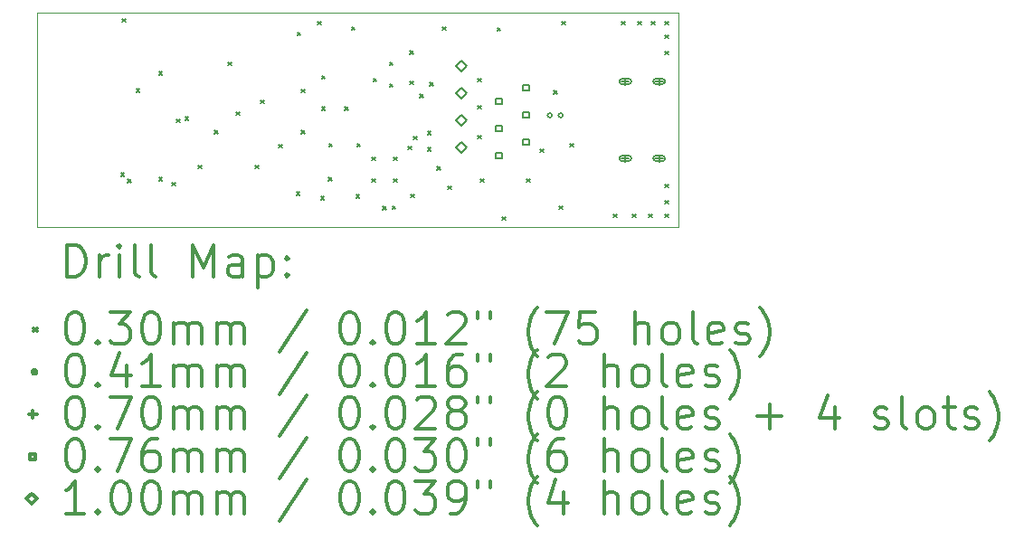
<source format=gbr>
%FSLAX45Y45*%
G04 Gerber Fmt 4.5, Leading zero omitted, Abs format (unit mm)*
G04 Created by KiCad (PCBNEW (5.1.9-0-10_14)) date 2021-05-05 23:43:52*
%MOMM*%
%LPD*%
G01*
G04 APERTURE LIST*
%TA.AperFunction,Profile*%
%ADD10C,0.050000*%
%TD*%
%ADD11C,0.200000*%
%ADD12C,0.300000*%
G04 APERTURE END LIST*
D10*
X6000000Y2000000D02*
X6000000Y0D01*
X0Y2000000D02*
X6000000Y2000000D01*
X0Y0D02*
X0Y2000000D01*
X0Y0D02*
X6000000Y0D01*
D11*
X787640Y502680D02*
X817640Y472680D01*
X817640Y502680D02*
X787640Y472680D01*
X797800Y1945400D02*
X827800Y1915400D01*
X827800Y1945400D02*
X797800Y1915400D01*
X850661Y444498D02*
X880661Y414498D01*
X880661Y444498D02*
X850661Y414498D01*
X929880Y1290080D02*
X959880Y1260080D01*
X959880Y1290080D02*
X929880Y1260080D01*
X1140700Y1450100D02*
X1170700Y1420100D01*
X1170700Y1450100D02*
X1140700Y1420100D01*
X1140700Y459500D02*
X1170700Y429500D01*
X1170700Y459500D02*
X1140700Y429500D01*
X1265160Y416320D02*
X1295160Y386320D01*
X1295160Y416320D02*
X1265160Y386320D01*
X1305800Y1005600D02*
X1335800Y975600D01*
X1335800Y1005600D02*
X1305800Y975600D01*
X1385855Y1030521D02*
X1415855Y1000521D01*
X1415855Y1030521D02*
X1385855Y1000521D01*
X1509000Y573800D02*
X1539000Y543800D01*
X1539000Y573800D02*
X1509000Y543800D01*
X1661400Y899879D02*
X1691400Y869879D01*
X1691400Y899879D02*
X1661400Y869879D01*
X1788400Y1539000D02*
X1818400Y1509000D01*
X1818400Y1539000D02*
X1788400Y1509000D01*
X1864600Y1076242D02*
X1894600Y1046242D01*
X1894600Y1076242D02*
X1864600Y1046242D01*
X2042400Y573800D02*
X2072400Y543800D01*
X2072400Y573800D02*
X2042400Y543800D01*
X2093200Y1183400D02*
X2123200Y1153400D01*
X2123200Y1183400D02*
X2093200Y1153400D01*
X2265920Y771920D02*
X2295920Y741920D01*
X2295920Y771920D02*
X2265920Y741920D01*
X2428480Y324880D02*
X2458480Y294880D01*
X2458480Y324880D02*
X2428480Y294880D01*
X2436100Y1818400D02*
X2466100Y1788400D01*
X2466100Y1818400D02*
X2436100Y1788400D01*
X2474200Y1285000D02*
X2504200Y1255000D01*
X2504200Y1285000D02*
X2474200Y1255000D01*
X2474200Y899879D02*
X2504200Y869879D01*
X2504200Y899879D02*
X2474200Y869879D01*
X2626600Y1920000D02*
X2656600Y1890000D01*
X2656600Y1920000D02*
X2626600Y1890000D01*
X2657080Y284240D02*
X2687080Y254240D01*
X2687080Y284240D02*
X2657080Y254240D01*
X2664700Y1412000D02*
X2694700Y1382000D01*
X2694700Y1412000D02*
X2664700Y1382000D01*
X2664700Y1119900D02*
X2694700Y1089900D01*
X2694700Y1119900D02*
X2664700Y1089900D01*
X2728200Y459500D02*
X2758200Y429500D01*
X2758200Y459500D02*
X2728200Y429500D01*
X2734500Y777000D02*
X2764500Y747000D01*
X2764500Y777000D02*
X2734500Y747000D01*
X2880600Y1119900D02*
X2910600Y1089900D01*
X2910600Y1119900D02*
X2880600Y1089900D01*
X2944100Y1869200D02*
X2974100Y1839200D01*
X2974100Y1869200D02*
X2944100Y1839200D01*
X2987280Y299480D02*
X3017280Y269480D01*
X3017280Y299480D02*
X2987280Y269480D01*
X2994900Y777000D02*
X3024900Y747000D01*
X3024900Y777000D02*
X2994900Y747000D01*
X3134600Y650000D02*
X3164600Y620000D01*
X3164600Y650000D02*
X3134600Y620000D01*
X3134600Y446800D02*
X3164600Y416800D01*
X3164600Y446800D02*
X3134600Y416800D01*
X3147300Y1386600D02*
X3177300Y1356600D01*
X3177300Y1386600D02*
X3147300Y1356600D01*
X3236200Y192321D02*
X3266200Y162321D01*
X3266200Y192321D02*
X3236200Y162321D01*
X3299700Y1539000D02*
X3329700Y1509000D01*
X3329700Y1539000D02*
X3299700Y1509000D01*
X3299700Y1335800D02*
X3329700Y1305800D01*
X3329700Y1335800D02*
X3299700Y1305800D01*
X3325100Y192800D02*
X3355100Y162800D01*
X3355100Y192800D02*
X3325100Y162800D01*
X3337800Y650000D02*
X3367800Y620000D01*
X3367800Y650000D02*
X3337800Y620000D01*
X3337800Y446800D02*
X3367800Y416800D01*
X3367800Y446800D02*
X3337800Y416800D01*
X3475370Y751465D02*
X3505370Y721465D01*
X3505370Y751465D02*
X3475370Y721465D01*
X3490200Y1647200D02*
X3520200Y1617200D01*
X3520200Y1647200D02*
X3490200Y1617200D01*
X3490200Y1361200D02*
X3520200Y1331200D01*
X3520200Y1361200D02*
X3490200Y1331200D01*
X3500360Y304560D02*
X3530360Y274560D01*
X3530360Y304560D02*
X3500360Y274560D01*
X3523220Y848120D02*
X3553220Y818120D01*
X3553220Y848120D02*
X3523220Y818120D01*
X3585200Y1240800D02*
X3615200Y1210800D01*
X3615200Y1240800D02*
X3585200Y1210800D01*
X3655300Y891300D02*
X3685300Y861300D01*
X3685300Y891300D02*
X3655300Y861300D01*
X3655300Y738900D02*
X3685300Y708900D01*
X3685300Y738900D02*
X3655300Y708900D01*
X3678160Y1348500D02*
X3708160Y1318500D01*
X3708160Y1348500D02*
X3678160Y1318500D01*
X3744200Y561100D02*
X3774200Y531100D01*
X3774200Y561100D02*
X3744200Y531100D01*
X3795000Y1869200D02*
X3825000Y1839200D01*
X3825000Y1869200D02*
X3795000Y1839200D01*
X3845800Y380760D02*
X3875800Y350760D01*
X3875800Y380760D02*
X3845800Y350760D01*
X4125200Y1386600D02*
X4155200Y1356600D01*
X4155200Y1386600D02*
X4125200Y1356600D01*
X4125200Y1132600D02*
X4155200Y1102600D01*
X4155200Y1132600D02*
X4125200Y1102600D01*
X4125200Y853200D02*
X4155200Y823200D01*
X4155200Y853200D02*
X4125200Y823200D01*
X4150600Y446800D02*
X4180600Y416800D01*
X4180600Y446800D02*
X4150600Y416800D01*
X4309350Y1862850D02*
X4339350Y1832850D01*
X4339350Y1862850D02*
X4309350Y1832850D01*
X4353800Y91200D02*
X4383800Y61200D01*
X4383800Y91200D02*
X4353800Y61200D01*
X4582400Y446800D02*
X4612400Y416800D01*
X4612400Y446800D02*
X4582400Y416800D01*
X4709400Y726200D02*
X4739400Y696200D01*
X4739400Y726200D02*
X4709400Y696200D01*
X4836400Y1272300D02*
X4866400Y1242300D01*
X4866400Y1272300D02*
X4836400Y1242300D01*
X4887200Y192800D02*
X4917200Y162800D01*
X4917200Y192800D02*
X4887200Y162800D01*
X4912600Y1920000D02*
X4942600Y1890000D01*
X4942600Y1920000D02*
X4912600Y1890000D01*
X4988800Y777000D02*
X5018800Y747000D01*
X5018800Y777000D02*
X4988800Y747000D01*
X5395200Y116600D02*
X5425200Y86600D01*
X5425200Y116600D02*
X5395200Y86600D01*
X5471400Y1920000D02*
X5501400Y1890000D01*
X5501400Y1920000D02*
X5471400Y1890000D01*
X5573000Y116600D02*
X5603000Y86600D01*
X5603000Y116600D02*
X5573000Y86600D01*
X5623800Y1920000D02*
X5653800Y1890000D01*
X5653800Y1920000D02*
X5623800Y1890000D01*
X5725400Y116600D02*
X5755400Y86600D01*
X5755400Y116600D02*
X5725400Y86600D01*
X5750800Y1920000D02*
X5780800Y1890000D01*
X5780800Y1920000D02*
X5750800Y1890000D01*
X5877800Y1920000D02*
X5907800Y1890000D01*
X5907800Y1920000D02*
X5877800Y1890000D01*
X5877800Y1793000D02*
X5907800Y1763000D01*
X5907800Y1793000D02*
X5877800Y1763000D01*
X5877800Y1640600D02*
X5907800Y1610600D01*
X5907800Y1640600D02*
X5877800Y1610600D01*
X5877800Y396000D02*
X5907800Y366000D01*
X5907800Y396000D02*
X5877800Y366000D01*
X5877800Y243600D02*
X5907800Y213600D01*
X5907800Y243600D02*
X5877800Y213600D01*
X5877800Y116600D02*
X5907800Y86600D01*
X5907800Y116600D02*
X5877800Y86600D01*
X4820920Y1042985D02*
G75*
G03*
X4820920Y1042985I-20320J0D01*
G01*
X4922520Y1042985D02*
G75*
G03*
X4922520Y1042985I-20320J0D01*
G01*
X5506950Y1395000D02*
X5506950Y1325000D01*
X5471950Y1360000D02*
X5541950Y1360000D01*
X5536950Y1385000D02*
X5476950Y1385000D01*
X5536950Y1335000D02*
X5476950Y1335000D01*
X5476950Y1385000D02*
G75*
G03*
X5476950Y1335000I0J-25000D01*
G01*
X5536950Y1335000D02*
G75*
G03*
X5536950Y1385000I0J25000D01*
G01*
X5506950Y675000D02*
X5506950Y605000D01*
X5471950Y640000D02*
X5541950Y640000D01*
X5476950Y615000D02*
X5536950Y615000D01*
X5476950Y665000D02*
X5536950Y665000D01*
X5536950Y615000D02*
G75*
G03*
X5536950Y665000I0J25000D01*
G01*
X5476950Y665000D02*
G75*
G03*
X5476950Y615000I0J-25000D01*
G01*
X5822950Y1395000D02*
X5822950Y1325000D01*
X5787950Y1360000D02*
X5857950Y1360000D01*
X5852950Y1385000D02*
X5792950Y1385000D01*
X5852950Y1335000D02*
X5792950Y1335000D01*
X5792950Y1385000D02*
G75*
G03*
X5792950Y1335000I0J-25000D01*
G01*
X5852950Y1335000D02*
G75*
G03*
X5852950Y1385000I0J25000D01*
G01*
X5822950Y675000D02*
X5822950Y605000D01*
X5787950Y640000D02*
X5857950Y640000D01*
X5852950Y665000D02*
X5792950Y665000D01*
X5852950Y615000D02*
X5792950Y615000D01*
X5792950Y665000D02*
G75*
G03*
X5792950Y615000I0J-25000D01*
G01*
X5852950Y615000D02*
G75*
G03*
X5852950Y665000I0J25000D01*
G01*
X4351220Y1147880D02*
X4351220Y1201620D01*
X4297480Y1201620D01*
X4297480Y1147880D01*
X4351220Y1147880D01*
X4351220Y893880D02*
X4351220Y947620D01*
X4297480Y947620D01*
X4297480Y893880D01*
X4351220Y893880D01*
X4351220Y639880D02*
X4351220Y693620D01*
X4297480Y693620D01*
X4297480Y639880D01*
X4351220Y639880D01*
X4605220Y1274880D02*
X4605220Y1328620D01*
X4551480Y1328620D01*
X4551480Y1274880D01*
X4605220Y1274880D01*
X4605220Y1020880D02*
X4605220Y1074620D01*
X4551480Y1074620D01*
X4551480Y1020880D01*
X4605220Y1020880D01*
X4605220Y766880D02*
X4605220Y820620D01*
X4551480Y820620D01*
X4551480Y766880D01*
X4605220Y766880D01*
X3971150Y1451700D02*
X4021150Y1501700D01*
X3971150Y1551700D01*
X3921150Y1501700D01*
X3971150Y1451700D01*
X3971150Y1197700D02*
X4021150Y1247700D01*
X3971150Y1297700D01*
X3921150Y1247700D01*
X3971150Y1197700D01*
X3971150Y943700D02*
X4021150Y993700D01*
X3971150Y1043700D01*
X3921150Y993700D01*
X3971150Y943700D01*
X3971150Y689700D02*
X4021150Y739700D01*
X3971150Y789700D01*
X3921150Y739700D01*
X3971150Y689700D01*
D12*
X283928Y-468214D02*
X283928Y-168214D01*
X355357Y-168214D01*
X398214Y-182500D01*
X426786Y-211071D01*
X441071Y-239643D01*
X455357Y-296786D01*
X455357Y-339643D01*
X441071Y-396786D01*
X426786Y-425357D01*
X398214Y-453929D01*
X355357Y-468214D01*
X283928Y-468214D01*
X583928Y-468214D02*
X583928Y-268214D01*
X583928Y-325357D02*
X598214Y-296786D01*
X612500Y-282500D01*
X641071Y-268214D01*
X669643Y-268214D01*
X769643Y-468214D02*
X769643Y-268214D01*
X769643Y-168214D02*
X755357Y-182500D01*
X769643Y-196786D01*
X783928Y-182500D01*
X769643Y-168214D01*
X769643Y-196786D01*
X955357Y-468214D02*
X926786Y-453929D01*
X912500Y-425357D01*
X912500Y-168214D01*
X1112500Y-468214D02*
X1083928Y-453929D01*
X1069643Y-425357D01*
X1069643Y-168214D01*
X1455357Y-468214D02*
X1455357Y-168214D01*
X1555357Y-382500D01*
X1655357Y-168214D01*
X1655357Y-468214D01*
X1926786Y-468214D02*
X1926786Y-311072D01*
X1912500Y-282500D01*
X1883928Y-268214D01*
X1826786Y-268214D01*
X1798214Y-282500D01*
X1926786Y-453929D02*
X1898214Y-468214D01*
X1826786Y-468214D01*
X1798214Y-453929D01*
X1783928Y-425357D01*
X1783928Y-396786D01*
X1798214Y-368214D01*
X1826786Y-353929D01*
X1898214Y-353929D01*
X1926786Y-339643D01*
X2069643Y-268214D02*
X2069643Y-568214D01*
X2069643Y-282500D02*
X2098214Y-268214D01*
X2155357Y-268214D01*
X2183928Y-282500D01*
X2198214Y-296786D01*
X2212500Y-325357D01*
X2212500Y-411071D01*
X2198214Y-439643D01*
X2183928Y-453929D01*
X2155357Y-468214D01*
X2098214Y-468214D01*
X2069643Y-453929D01*
X2341071Y-439643D02*
X2355357Y-453929D01*
X2341071Y-468214D01*
X2326786Y-453929D01*
X2341071Y-439643D01*
X2341071Y-468214D01*
X2341071Y-282500D02*
X2355357Y-296786D01*
X2341071Y-311072D01*
X2326786Y-296786D01*
X2341071Y-282500D01*
X2341071Y-311072D01*
X-32500Y-947500D02*
X-2500Y-977500D01*
X-2500Y-947500D02*
X-32500Y-977500D01*
X341071Y-798214D02*
X369643Y-798214D01*
X398214Y-812500D01*
X412500Y-826786D01*
X426786Y-855357D01*
X441071Y-912500D01*
X441071Y-983929D01*
X426786Y-1041071D01*
X412500Y-1069643D01*
X398214Y-1083929D01*
X369643Y-1098214D01*
X341071Y-1098214D01*
X312500Y-1083929D01*
X298214Y-1069643D01*
X283928Y-1041071D01*
X269643Y-983929D01*
X269643Y-912500D01*
X283928Y-855357D01*
X298214Y-826786D01*
X312500Y-812500D01*
X341071Y-798214D01*
X569643Y-1069643D02*
X583928Y-1083929D01*
X569643Y-1098214D01*
X555357Y-1083929D01*
X569643Y-1069643D01*
X569643Y-1098214D01*
X683928Y-798214D02*
X869643Y-798214D01*
X769643Y-912500D01*
X812500Y-912500D01*
X841071Y-926786D01*
X855357Y-941071D01*
X869643Y-969643D01*
X869643Y-1041071D01*
X855357Y-1069643D01*
X841071Y-1083929D01*
X812500Y-1098214D01*
X726786Y-1098214D01*
X698214Y-1083929D01*
X683928Y-1069643D01*
X1055357Y-798214D02*
X1083928Y-798214D01*
X1112500Y-812500D01*
X1126786Y-826786D01*
X1141071Y-855357D01*
X1155357Y-912500D01*
X1155357Y-983929D01*
X1141071Y-1041071D01*
X1126786Y-1069643D01*
X1112500Y-1083929D01*
X1083928Y-1098214D01*
X1055357Y-1098214D01*
X1026786Y-1083929D01*
X1012500Y-1069643D01*
X998214Y-1041071D01*
X983928Y-983929D01*
X983928Y-912500D01*
X998214Y-855357D01*
X1012500Y-826786D01*
X1026786Y-812500D01*
X1055357Y-798214D01*
X1283928Y-1098214D02*
X1283928Y-898214D01*
X1283928Y-926786D02*
X1298214Y-912500D01*
X1326786Y-898214D01*
X1369643Y-898214D01*
X1398214Y-912500D01*
X1412500Y-941071D01*
X1412500Y-1098214D01*
X1412500Y-941071D02*
X1426786Y-912500D01*
X1455357Y-898214D01*
X1498214Y-898214D01*
X1526786Y-912500D01*
X1541071Y-941071D01*
X1541071Y-1098214D01*
X1683928Y-1098214D02*
X1683928Y-898214D01*
X1683928Y-926786D02*
X1698214Y-912500D01*
X1726786Y-898214D01*
X1769643Y-898214D01*
X1798214Y-912500D01*
X1812500Y-941071D01*
X1812500Y-1098214D01*
X1812500Y-941071D02*
X1826786Y-912500D01*
X1855357Y-898214D01*
X1898214Y-898214D01*
X1926786Y-912500D01*
X1941071Y-941071D01*
X1941071Y-1098214D01*
X2526786Y-783929D02*
X2269643Y-1169643D01*
X2912500Y-798214D02*
X2941071Y-798214D01*
X2969643Y-812500D01*
X2983928Y-826786D01*
X2998214Y-855357D01*
X3012500Y-912500D01*
X3012500Y-983929D01*
X2998214Y-1041071D01*
X2983928Y-1069643D01*
X2969643Y-1083929D01*
X2941071Y-1098214D01*
X2912500Y-1098214D01*
X2883928Y-1083929D01*
X2869643Y-1069643D01*
X2855357Y-1041071D01*
X2841071Y-983929D01*
X2841071Y-912500D01*
X2855357Y-855357D01*
X2869643Y-826786D01*
X2883928Y-812500D01*
X2912500Y-798214D01*
X3141071Y-1069643D02*
X3155357Y-1083929D01*
X3141071Y-1098214D01*
X3126786Y-1083929D01*
X3141071Y-1069643D01*
X3141071Y-1098214D01*
X3341071Y-798214D02*
X3369643Y-798214D01*
X3398214Y-812500D01*
X3412500Y-826786D01*
X3426786Y-855357D01*
X3441071Y-912500D01*
X3441071Y-983929D01*
X3426786Y-1041071D01*
X3412500Y-1069643D01*
X3398214Y-1083929D01*
X3369643Y-1098214D01*
X3341071Y-1098214D01*
X3312500Y-1083929D01*
X3298214Y-1069643D01*
X3283928Y-1041071D01*
X3269643Y-983929D01*
X3269643Y-912500D01*
X3283928Y-855357D01*
X3298214Y-826786D01*
X3312500Y-812500D01*
X3341071Y-798214D01*
X3726786Y-1098214D02*
X3555357Y-1098214D01*
X3641071Y-1098214D02*
X3641071Y-798214D01*
X3612500Y-841071D01*
X3583928Y-869643D01*
X3555357Y-883929D01*
X3841071Y-826786D02*
X3855357Y-812500D01*
X3883928Y-798214D01*
X3955357Y-798214D01*
X3983928Y-812500D01*
X3998214Y-826786D01*
X4012500Y-855357D01*
X4012500Y-883929D01*
X3998214Y-926786D01*
X3826786Y-1098214D01*
X4012500Y-1098214D01*
X4126786Y-798214D02*
X4126786Y-855357D01*
X4241071Y-798214D02*
X4241071Y-855357D01*
X4683928Y-1212500D02*
X4669643Y-1198214D01*
X4641071Y-1155357D01*
X4626786Y-1126786D01*
X4612500Y-1083929D01*
X4598214Y-1012500D01*
X4598214Y-955357D01*
X4612500Y-883929D01*
X4626786Y-841071D01*
X4641071Y-812500D01*
X4669643Y-769643D01*
X4683928Y-755357D01*
X4769643Y-798214D02*
X4969643Y-798214D01*
X4841071Y-1098214D01*
X5226786Y-798214D02*
X5083928Y-798214D01*
X5069643Y-941071D01*
X5083928Y-926786D01*
X5112500Y-912500D01*
X5183928Y-912500D01*
X5212500Y-926786D01*
X5226786Y-941071D01*
X5241071Y-969643D01*
X5241071Y-1041071D01*
X5226786Y-1069643D01*
X5212500Y-1083929D01*
X5183928Y-1098214D01*
X5112500Y-1098214D01*
X5083928Y-1083929D01*
X5069643Y-1069643D01*
X5598214Y-1098214D02*
X5598214Y-798214D01*
X5726786Y-1098214D02*
X5726786Y-941071D01*
X5712500Y-912500D01*
X5683928Y-898214D01*
X5641071Y-898214D01*
X5612500Y-912500D01*
X5598214Y-926786D01*
X5912500Y-1098214D02*
X5883928Y-1083929D01*
X5869643Y-1069643D01*
X5855357Y-1041071D01*
X5855357Y-955357D01*
X5869643Y-926786D01*
X5883928Y-912500D01*
X5912500Y-898214D01*
X5955357Y-898214D01*
X5983928Y-912500D01*
X5998214Y-926786D01*
X6012500Y-955357D01*
X6012500Y-1041071D01*
X5998214Y-1069643D01*
X5983928Y-1083929D01*
X5955357Y-1098214D01*
X5912500Y-1098214D01*
X6183928Y-1098214D02*
X6155357Y-1083929D01*
X6141071Y-1055357D01*
X6141071Y-798214D01*
X6412500Y-1083929D02*
X6383928Y-1098214D01*
X6326786Y-1098214D01*
X6298214Y-1083929D01*
X6283928Y-1055357D01*
X6283928Y-941071D01*
X6298214Y-912500D01*
X6326786Y-898214D01*
X6383928Y-898214D01*
X6412500Y-912500D01*
X6426786Y-941071D01*
X6426786Y-969643D01*
X6283928Y-998214D01*
X6541071Y-1083929D02*
X6569643Y-1098214D01*
X6626786Y-1098214D01*
X6655357Y-1083929D01*
X6669643Y-1055357D01*
X6669643Y-1041071D01*
X6655357Y-1012500D01*
X6626786Y-998214D01*
X6583928Y-998214D01*
X6555357Y-983929D01*
X6541071Y-955357D01*
X6541071Y-941071D01*
X6555357Y-912500D01*
X6583928Y-898214D01*
X6626786Y-898214D01*
X6655357Y-912500D01*
X6769643Y-1212500D02*
X6783928Y-1198214D01*
X6812500Y-1155357D01*
X6826786Y-1126786D01*
X6841071Y-1083929D01*
X6855357Y-1012500D01*
X6855357Y-955357D01*
X6841071Y-883929D01*
X6826786Y-841071D01*
X6812500Y-812500D01*
X6783928Y-769643D01*
X6769643Y-755357D01*
X-2500Y-1358500D02*
G75*
G03*
X-2500Y-1358500I-20320J0D01*
G01*
X341071Y-1194214D02*
X369643Y-1194214D01*
X398214Y-1208500D01*
X412500Y-1222786D01*
X426786Y-1251357D01*
X441071Y-1308500D01*
X441071Y-1379929D01*
X426786Y-1437071D01*
X412500Y-1465643D01*
X398214Y-1479929D01*
X369643Y-1494214D01*
X341071Y-1494214D01*
X312500Y-1479929D01*
X298214Y-1465643D01*
X283928Y-1437071D01*
X269643Y-1379929D01*
X269643Y-1308500D01*
X283928Y-1251357D01*
X298214Y-1222786D01*
X312500Y-1208500D01*
X341071Y-1194214D01*
X569643Y-1465643D02*
X583928Y-1479929D01*
X569643Y-1494214D01*
X555357Y-1479929D01*
X569643Y-1465643D01*
X569643Y-1494214D01*
X841071Y-1294214D02*
X841071Y-1494214D01*
X769643Y-1179929D02*
X698214Y-1394214D01*
X883928Y-1394214D01*
X1155357Y-1494214D02*
X983928Y-1494214D01*
X1069643Y-1494214D02*
X1069643Y-1194214D01*
X1041071Y-1237072D01*
X1012500Y-1265643D01*
X983928Y-1279929D01*
X1283928Y-1494214D02*
X1283928Y-1294214D01*
X1283928Y-1322786D02*
X1298214Y-1308500D01*
X1326786Y-1294214D01*
X1369643Y-1294214D01*
X1398214Y-1308500D01*
X1412500Y-1337072D01*
X1412500Y-1494214D01*
X1412500Y-1337072D02*
X1426786Y-1308500D01*
X1455357Y-1294214D01*
X1498214Y-1294214D01*
X1526786Y-1308500D01*
X1541071Y-1337072D01*
X1541071Y-1494214D01*
X1683928Y-1494214D02*
X1683928Y-1294214D01*
X1683928Y-1322786D02*
X1698214Y-1308500D01*
X1726786Y-1294214D01*
X1769643Y-1294214D01*
X1798214Y-1308500D01*
X1812500Y-1337072D01*
X1812500Y-1494214D01*
X1812500Y-1337072D02*
X1826786Y-1308500D01*
X1855357Y-1294214D01*
X1898214Y-1294214D01*
X1926786Y-1308500D01*
X1941071Y-1337072D01*
X1941071Y-1494214D01*
X2526786Y-1179929D02*
X2269643Y-1565643D01*
X2912500Y-1194214D02*
X2941071Y-1194214D01*
X2969643Y-1208500D01*
X2983928Y-1222786D01*
X2998214Y-1251357D01*
X3012500Y-1308500D01*
X3012500Y-1379929D01*
X2998214Y-1437071D01*
X2983928Y-1465643D01*
X2969643Y-1479929D01*
X2941071Y-1494214D01*
X2912500Y-1494214D01*
X2883928Y-1479929D01*
X2869643Y-1465643D01*
X2855357Y-1437071D01*
X2841071Y-1379929D01*
X2841071Y-1308500D01*
X2855357Y-1251357D01*
X2869643Y-1222786D01*
X2883928Y-1208500D01*
X2912500Y-1194214D01*
X3141071Y-1465643D02*
X3155357Y-1479929D01*
X3141071Y-1494214D01*
X3126786Y-1479929D01*
X3141071Y-1465643D01*
X3141071Y-1494214D01*
X3341071Y-1194214D02*
X3369643Y-1194214D01*
X3398214Y-1208500D01*
X3412500Y-1222786D01*
X3426786Y-1251357D01*
X3441071Y-1308500D01*
X3441071Y-1379929D01*
X3426786Y-1437071D01*
X3412500Y-1465643D01*
X3398214Y-1479929D01*
X3369643Y-1494214D01*
X3341071Y-1494214D01*
X3312500Y-1479929D01*
X3298214Y-1465643D01*
X3283928Y-1437071D01*
X3269643Y-1379929D01*
X3269643Y-1308500D01*
X3283928Y-1251357D01*
X3298214Y-1222786D01*
X3312500Y-1208500D01*
X3341071Y-1194214D01*
X3726786Y-1494214D02*
X3555357Y-1494214D01*
X3641071Y-1494214D02*
X3641071Y-1194214D01*
X3612500Y-1237072D01*
X3583928Y-1265643D01*
X3555357Y-1279929D01*
X3983928Y-1194214D02*
X3926786Y-1194214D01*
X3898214Y-1208500D01*
X3883928Y-1222786D01*
X3855357Y-1265643D01*
X3841071Y-1322786D01*
X3841071Y-1437071D01*
X3855357Y-1465643D01*
X3869643Y-1479929D01*
X3898214Y-1494214D01*
X3955357Y-1494214D01*
X3983928Y-1479929D01*
X3998214Y-1465643D01*
X4012500Y-1437071D01*
X4012500Y-1365643D01*
X3998214Y-1337072D01*
X3983928Y-1322786D01*
X3955357Y-1308500D01*
X3898214Y-1308500D01*
X3869643Y-1322786D01*
X3855357Y-1337072D01*
X3841071Y-1365643D01*
X4126786Y-1194214D02*
X4126786Y-1251357D01*
X4241071Y-1194214D02*
X4241071Y-1251357D01*
X4683928Y-1608500D02*
X4669643Y-1594214D01*
X4641071Y-1551357D01*
X4626786Y-1522786D01*
X4612500Y-1479929D01*
X4598214Y-1408500D01*
X4598214Y-1351357D01*
X4612500Y-1279929D01*
X4626786Y-1237072D01*
X4641071Y-1208500D01*
X4669643Y-1165643D01*
X4683928Y-1151357D01*
X4783928Y-1222786D02*
X4798214Y-1208500D01*
X4826786Y-1194214D01*
X4898214Y-1194214D01*
X4926786Y-1208500D01*
X4941071Y-1222786D01*
X4955357Y-1251357D01*
X4955357Y-1279929D01*
X4941071Y-1322786D01*
X4769643Y-1494214D01*
X4955357Y-1494214D01*
X5312500Y-1494214D02*
X5312500Y-1194214D01*
X5441071Y-1494214D02*
X5441071Y-1337072D01*
X5426786Y-1308500D01*
X5398214Y-1294214D01*
X5355357Y-1294214D01*
X5326786Y-1308500D01*
X5312500Y-1322786D01*
X5626786Y-1494214D02*
X5598214Y-1479929D01*
X5583928Y-1465643D01*
X5569643Y-1437071D01*
X5569643Y-1351357D01*
X5583928Y-1322786D01*
X5598214Y-1308500D01*
X5626786Y-1294214D01*
X5669643Y-1294214D01*
X5698214Y-1308500D01*
X5712500Y-1322786D01*
X5726786Y-1351357D01*
X5726786Y-1437071D01*
X5712500Y-1465643D01*
X5698214Y-1479929D01*
X5669643Y-1494214D01*
X5626786Y-1494214D01*
X5898214Y-1494214D02*
X5869643Y-1479929D01*
X5855357Y-1451357D01*
X5855357Y-1194214D01*
X6126786Y-1479929D02*
X6098214Y-1494214D01*
X6041071Y-1494214D01*
X6012500Y-1479929D01*
X5998214Y-1451357D01*
X5998214Y-1337072D01*
X6012500Y-1308500D01*
X6041071Y-1294214D01*
X6098214Y-1294214D01*
X6126786Y-1308500D01*
X6141071Y-1337072D01*
X6141071Y-1365643D01*
X5998214Y-1394214D01*
X6255357Y-1479929D02*
X6283928Y-1494214D01*
X6341071Y-1494214D01*
X6369643Y-1479929D01*
X6383928Y-1451357D01*
X6383928Y-1437071D01*
X6369643Y-1408500D01*
X6341071Y-1394214D01*
X6298214Y-1394214D01*
X6269643Y-1379929D01*
X6255357Y-1351357D01*
X6255357Y-1337072D01*
X6269643Y-1308500D01*
X6298214Y-1294214D01*
X6341071Y-1294214D01*
X6369643Y-1308500D01*
X6483928Y-1608500D02*
X6498214Y-1594214D01*
X6526786Y-1551357D01*
X6541071Y-1522786D01*
X6555357Y-1479929D01*
X6569643Y-1408500D01*
X6569643Y-1351357D01*
X6555357Y-1279929D01*
X6541071Y-1237072D01*
X6526786Y-1208500D01*
X6498214Y-1165643D01*
X6483928Y-1151357D01*
X-37500Y-1719500D02*
X-37500Y-1789500D01*
X-72500Y-1754500D02*
X-2500Y-1754500D01*
X341071Y-1590214D02*
X369643Y-1590214D01*
X398214Y-1604500D01*
X412500Y-1618786D01*
X426786Y-1647357D01*
X441071Y-1704500D01*
X441071Y-1775929D01*
X426786Y-1833071D01*
X412500Y-1861643D01*
X398214Y-1875929D01*
X369643Y-1890214D01*
X341071Y-1890214D01*
X312500Y-1875929D01*
X298214Y-1861643D01*
X283928Y-1833071D01*
X269643Y-1775929D01*
X269643Y-1704500D01*
X283928Y-1647357D01*
X298214Y-1618786D01*
X312500Y-1604500D01*
X341071Y-1590214D01*
X569643Y-1861643D02*
X583928Y-1875929D01*
X569643Y-1890214D01*
X555357Y-1875929D01*
X569643Y-1861643D01*
X569643Y-1890214D01*
X683928Y-1590214D02*
X883928Y-1590214D01*
X755357Y-1890214D01*
X1055357Y-1590214D02*
X1083928Y-1590214D01*
X1112500Y-1604500D01*
X1126786Y-1618786D01*
X1141071Y-1647357D01*
X1155357Y-1704500D01*
X1155357Y-1775929D01*
X1141071Y-1833071D01*
X1126786Y-1861643D01*
X1112500Y-1875929D01*
X1083928Y-1890214D01*
X1055357Y-1890214D01*
X1026786Y-1875929D01*
X1012500Y-1861643D01*
X998214Y-1833071D01*
X983928Y-1775929D01*
X983928Y-1704500D01*
X998214Y-1647357D01*
X1012500Y-1618786D01*
X1026786Y-1604500D01*
X1055357Y-1590214D01*
X1283928Y-1890214D02*
X1283928Y-1690214D01*
X1283928Y-1718786D02*
X1298214Y-1704500D01*
X1326786Y-1690214D01*
X1369643Y-1690214D01*
X1398214Y-1704500D01*
X1412500Y-1733071D01*
X1412500Y-1890214D01*
X1412500Y-1733071D02*
X1426786Y-1704500D01*
X1455357Y-1690214D01*
X1498214Y-1690214D01*
X1526786Y-1704500D01*
X1541071Y-1733071D01*
X1541071Y-1890214D01*
X1683928Y-1890214D02*
X1683928Y-1690214D01*
X1683928Y-1718786D02*
X1698214Y-1704500D01*
X1726786Y-1690214D01*
X1769643Y-1690214D01*
X1798214Y-1704500D01*
X1812500Y-1733071D01*
X1812500Y-1890214D01*
X1812500Y-1733071D02*
X1826786Y-1704500D01*
X1855357Y-1690214D01*
X1898214Y-1690214D01*
X1926786Y-1704500D01*
X1941071Y-1733071D01*
X1941071Y-1890214D01*
X2526786Y-1575929D02*
X2269643Y-1961643D01*
X2912500Y-1590214D02*
X2941071Y-1590214D01*
X2969643Y-1604500D01*
X2983928Y-1618786D01*
X2998214Y-1647357D01*
X3012500Y-1704500D01*
X3012500Y-1775929D01*
X2998214Y-1833071D01*
X2983928Y-1861643D01*
X2969643Y-1875929D01*
X2941071Y-1890214D01*
X2912500Y-1890214D01*
X2883928Y-1875929D01*
X2869643Y-1861643D01*
X2855357Y-1833071D01*
X2841071Y-1775929D01*
X2841071Y-1704500D01*
X2855357Y-1647357D01*
X2869643Y-1618786D01*
X2883928Y-1604500D01*
X2912500Y-1590214D01*
X3141071Y-1861643D02*
X3155357Y-1875929D01*
X3141071Y-1890214D01*
X3126786Y-1875929D01*
X3141071Y-1861643D01*
X3141071Y-1890214D01*
X3341071Y-1590214D02*
X3369643Y-1590214D01*
X3398214Y-1604500D01*
X3412500Y-1618786D01*
X3426786Y-1647357D01*
X3441071Y-1704500D01*
X3441071Y-1775929D01*
X3426786Y-1833071D01*
X3412500Y-1861643D01*
X3398214Y-1875929D01*
X3369643Y-1890214D01*
X3341071Y-1890214D01*
X3312500Y-1875929D01*
X3298214Y-1861643D01*
X3283928Y-1833071D01*
X3269643Y-1775929D01*
X3269643Y-1704500D01*
X3283928Y-1647357D01*
X3298214Y-1618786D01*
X3312500Y-1604500D01*
X3341071Y-1590214D01*
X3555357Y-1618786D02*
X3569643Y-1604500D01*
X3598214Y-1590214D01*
X3669643Y-1590214D01*
X3698214Y-1604500D01*
X3712500Y-1618786D01*
X3726786Y-1647357D01*
X3726786Y-1675929D01*
X3712500Y-1718786D01*
X3541071Y-1890214D01*
X3726786Y-1890214D01*
X3898214Y-1718786D02*
X3869643Y-1704500D01*
X3855357Y-1690214D01*
X3841071Y-1661643D01*
X3841071Y-1647357D01*
X3855357Y-1618786D01*
X3869643Y-1604500D01*
X3898214Y-1590214D01*
X3955357Y-1590214D01*
X3983928Y-1604500D01*
X3998214Y-1618786D01*
X4012500Y-1647357D01*
X4012500Y-1661643D01*
X3998214Y-1690214D01*
X3983928Y-1704500D01*
X3955357Y-1718786D01*
X3898214Y-1718786D01*
X3869643Y-1733071D01*
X3855357Y-1747357D01*
X3841071Y-1775929D01*
X3841071Y-1833071D01*
X3855357Y-1861643D01*
X3869643Y-1875929D01*
X3898214Y-1890214D01*
X3955357Y-1890214D01*
X3983928Y-1875929D01*
X3998214Y-1861643D01*
X4012500Y-1833071D01*
X4012500Y-1775929D01*
X3998214Y-1747357D01*
X3983928Y-1733071D01*
X3955357Y-1718786D01*
X4126786Y-1590214D02*
X4126786Y-1647357D01*
X4241071Y-1590214D02*
X4241071Y-1647357D01*
X4683928Y-2004500D02*
X4669643Y-1990214D01*
X4641071Y-1947357D01*
X4626786Y-1918786D01*
X4612500Y-1875929D01*
X4598214Y-1804500D01*
X4598214Y-1747357D01*
X4612500Y-1675929D01*
X4626786Y-1633071D01*
X4641071Y-1604500D01*
X4669643Y-1561643D01*
X4683928Y-1547357D01*
X4855357Y-1590214D02*
X4883928Y-1590214D01*
X4912500Y-1604500D01*
X4926786Y-1618786D01*
X4941071Y-1647357D01*
X4955357Y-1704500D01*
X4955357Y-1775929D01*
X4941071Y-1833071D01*
X4926786Y-1861643D01*
X4912500Y-1875929D01*
X4883928Y-1890214D01*
X4855357Y-1890214D01*
X4826786Y-1875929D01*
X4812500Y-1861643D01*
X4798214Y-1833071D01*
X4783928Y-1775929D01*
X4783928Y-1704500D01*
X4798214Y-1647357D01*
X4812500Y-1618786D01*
X4826786Y-1604500D01*
X4855357Y-1590214D01*
X5312500Y-1890214D02*
X5312500Y-1590214D01*
X5441071Y-1890214D02*
X5441071Y-1733071D01*
X5426786Y-1704500D01*
X5398214Y-1690214D01*
X5355357Y-1690214D01*
X5326786Y-1704500D01*
X5312500Y-1718786D01*
X5626786Y-1890214D02*
X5598214Y-1875929D01*
X5583928Y-1861643D01*
X5569643Y-1833071D01*
X5569643Y-1747357D01*
X5583928Y-1718786D01*
X5598214Y-1704500D01*
X5626786Y-1690214D01*
X5669643Y-1690214D01*
X5698214Y-1704500D01*
X5712500Y-1718786D01*
X5726786Y-1747357D01*
X5726786Y-1833071D01*
X5712500Y-1861643D01*
X5698214Y-1875929D01*
X5669643Y-1890214D01*
X5626786Y-1890214D01*
X5898214Y-1890214D02*
X5869643Y-1875929D01*
X5855357Y-1847357D01*
X5855357Y-1590214D01*
X6126786Y-1875929D02*
X6098214Y-1890214D01*
X6041071Y-1890214D01*
X6012500Y-1875929D01*
X5998214Y-1847357D01*
X5998214Y-1733071D01*
X6012500Y-1704500D01*
X6041071Y-1690214D01*
X6098214Y-1690214D01*
X6126786Y-1704500D01*
X6141071Y-1733071D01*
X6141071Y-1761643D01*
X5998214Y-1790214D01*
X6255357Y-1875929D02*
X6283928Y-1890214D01*
X6341071Y-1890214D01*
X6369643Y-1875929D01*
X6383928Y-1847357D01*
X6383928Y-1833071D01*
X6369643Y-1804500D01*
X6341071Y-1790214D01*
X6298214Y-1790214D01*
X6269643Y-1775929D01*
X6255357Y-1747357D01*
X6255357Y-1733071D01*
X6269643Y-1704500D01*
X6298214Y-1690214D01*
X6341071Y-1690214D01*
X6369643Y-1704500D01*
X6741071Y-1775929D02*
X6969643Y-1775929D01*
X6855357Y-1890214D02*
X6855357Y-1661643D01*
X7469643Y-1690214D02*
X7469643Y-1890214D01*
X7398214Y-1575929D02*
X7326786Y-1790214D01*
X7512500Y-1790214D01*
X7841071Y-1875929D02*
X7869643Y-1890214D01*
X7926786Y-1890214D01*
X7955357Y-1875929D01*
X7969643Y-1847357D01*
X7969643Y-1833071D01*
X7955357Y-1804500D01*
X7926786Y-1790214D01*
X7883928Y-1790214D01*
X7855357Y-1775929D01*
X7841071Y-1747357D01*
X7841071Y-1733071D01*
X7855357Y-1704500D01*
X7883928Y-1690214D01*
X7926786Y-1690214D01*
X7955357Y-1704500D01*
X8141071Y-1890214D02*
X8112500Y-1875929D01*
X8098214Y-1847357D01*
X8098214Y-1590214D01*
X8298214Y-1890214D02*
X8269643Y-1875929D01*
X8255357Y-1861643D01*
X8241071Y-1833071D01*
X8241071Y-1747357D01*
X8255357Y-1718786D01*
X8269643Y-1704500D01*
X8298214Y-1690214D01*
X8341071Y-1690214D01*
X8369643Y-1704500D01*
X8383928Y-1718786D01*
X8398214Y-1747357D01*
X8398214Y-1833071D01*
X8383928Y-1861643D01*
X8369643Y-1875929D01*
X8341071Y-1890214D01*
X8298214Y-1890214D01*
X8483928Y-1690214D02*
X8598214Y-1690214D01*
X8526786Y-1590214D02*
X8526786Y-1847357D01*
X8541071Y-1875929D01*
X8569643Y-1890214D01*
X8598214Y-1890214D01*
X8683928Y-1875929D02*
X8712500Y-1890214D01*
X8769643Y-1890214D01*
X8798214Y-1875929D01*
X8812500Y-1847357D01*
X8812500Y-1833071D01*
X8798214Y-1804500D01*
X8769643Y-1790214D01*
X8726786Y-1790214D01*
X8698214Y-1775929D01*
X8683928Y-1747357D01*
X8683928Y-1733071D01*
X8698214Y-1704500D01*
X8726786Y-1690214D01*
X8769643Y-1690214D01*
X8798214Y-1704500D01*
X8912500Y-2004500D02*
X8926786Y-1990214D01*
X8955357Y-1947357D01*
X8969643Y-1918786D01*
X8983928Y-1875929D01*
X8998214Y-1804500D01*
X8998214Y-1747357D01*
X8983928Y-1675929D01*
X8969643Y-1633071D01*
X8955357Y-1604500D01*
X8926786Y-1561643D01*
X8912500Y-1547357D01*
X-13630Y-2177370D02*
X-13630Y-2123630D01*
X-67370Y-2123630D01*
X-67370Y-2177370D01*
X-13630Y-2177370D01*
X341071Y-1986214D02*
X369643Y-1986214D01*
X398214Y-2000500D01*
X412500Y-2014786D01*
X426786Y-2043357D01*
X441071Y-2100500D01*
X441071Y-2171929D01*
X426786Y-2229072D01*
X412500Y-2257643D01*
X398214Y-2271929D01*
X369643Y-2286214D01*
X341071Y-2286214D01*
X312500Y-2271929D01*
X298214Y-2257643D01*
X283928Y-2229072D01*
X269643Y-2171929D01*
X269643Y-2100500D01*
X283928Y-2043357D01*
X298214Y-2014786D01*
X312500Y-2000500D01*
X341071Y-1986214D01*
X569643Y-2257643D02*
X583928Y-2271929D01*
X569643Y-2286214D01*
X555357Y-2271929D01*
X569643Y-2257643D01*
X569643Y-2286214D01*
X683928Y-1986214D02*
X883928Y-1986214D01*
X755357Y-2286214D01*
X1126786Y-1986214D02*
X1069643Y-1986214D01*
X1041071Y-2000500D01*
X1026786Y-2014786D01*
X998214Y-2057643D01*
X983928Y-2114786D01*
X983928Y-2229072D01*
X998214Y-2257643D01*
X1012500Y-2271929D01*
X1041071Y-2286214D01*
X1098214Y-2286214D01*
X1126786Y-2271929D01*
X1141071Y-2257643D01*
X1155357Y-2229072D01*
X1155357Y-2157643D01*
X1141071Y-2129072D01*
X1126786Y-2114786D01*
X1098214Y-2100500D01*
X1041071Y-2100500D01*
X1012500Y-2114786D01*
X998214Y-2129072D01*
X983928Y-2157643D01*
X1283928Y-2286214D02*
X1283928Y-2086214D01*
X1283928Y-2114786D02*
X1298214Y-2100500D01*
X1326786Y-2086214D01*
X1369643Y-2086214D01*
X1398214Y-2100500D01*
X1412500Y-2129072D01*
X1412500Y-2286214D01*
X1412500Y-2129072D02*
X1426786Y-2100500D01*
X1455357Y-2086214D01*
X1498214Y-2086214D01*
X1526786Y-2100500D01*
X1541071Y-2129072D01*
X1541071Y-2286214D01*
X1683928Y-2286214D02*
X1683928Y-2086214D01*
X1683928Y-2114786D02*
X1698214Y-2100500D01*
X1726786Y-2086214D01*
X1769643Y-2086214D01*
X1798214Y-2100500D01*
X1812500Y-2129072D01*
X1812500Y-2286214D01*
X1812500Y-2129072D02*
X1826786Y-2100500D01*
X1855357Y-2086214D01*
X1898214Y-2086214D01*
X1926786Y-2100500D01*
X1941071Y-2129072D01*
X1941071Y-2286214D01*
X2526786Y-1971929D02*
X2269643Y-2357643D01*
X2912500Y-1986214D02*
X2941071Y-1986214D01*
X2969643Y-2000500D01*
X2983928Y-2014786D01*
X2998214Y-2043357D01*
X3012500Y-2100500D01*
X3012500Y-2171929D01*
X2998214Y-2229072D01*
X2983928Y-2257643D01*
X2969643Y-2271929D01*
X2941071Y-2286214D01*
X2912500Y-2286214D01*
X2883928Y-2271929D01*
X2869643Y-2257643D01*
X2855357Y-2229072D01*
X2841071Y-2171929D01*
X2841071Y-2100500D01*
X2855357Y-2043357D01*
X2869643Y-2014786D01*
X2883928Y-2000500D01*
X2912500Y-1986214D01*
X3141071Y-2257643D02*
X3155357Y-2271929D01*
X3141071Y-2286214D01*
X3126786Y-2271929D01*
X3141071Y-2257643D01*
X3141071Y-2286214D01*
X3341071Y-1986214D02*
X3369643Y-1986214D01*
X3398214Y-2000500D01*
X3412500Y-2014786D01*
X3426786Y-2043357D01*
X3441071Y-2100500D01*
X3441071Y-2171929D01*
X3426786Y-2229072D01*
X3412500Y-2257643D01*
X3398214Y-2271929D01*
X3369643Y-2286214D01*
X3341071Y-2286214D01*
X3312500Y-2271929D01*
X3298214Y-2257643D01*
X3283928Y-2229072D01*
X3269643Y-2171929D01*
X3269643Y-2100500D01*
X3283928Y-2043357D01*
X3298214Y-2014786D01*
X3312500Y-2000500D01*
X3341071Y-1986214D01*
X3541071Y-1986214D02*
X3726786Y-1986214D01*
X3626786Y-2100500D01*
X3669643Y-2100500D01*
X3698214Y-2114786D01*
X3712500Y-2129072D01*
X3726786Y-2157643D01*
X3726786Y-2229072D01*
X3712500Y-2257643D01*
X3698214Y-2271929D01*
X3669643Y-2286214D01*
X3583928Y-2286214D01*
X3555357Y-2271929D01*
X3541071Y-2257643D01*
X3912500Y-1986214D02*
X3941071Y-1986214D01*
X3969643Y-2000500D01*
X3983928Y-2014786D01*
X3998214Y-2043357D01*
X4012500Y-2100500D01*
X4012500Y-2171929D01*
X3998214Y-2229072D01*
X3983928Y-2257643D01*
X3969643Y-2271929D01*
X3941071Y-2286214D01*
X3912500Y-2286214D01*
X3883928Y-2271929D01*
X3869643Y-2257643D01*
X3855357Y-2229072D01*
X3841071Y-2171929D01*
X3841071Y-2100500D01*
X3855357Y-2043357D01*
X3869643Y-2014786D01*
X3883928Y-2000500D01*
X3912500Y-1986214D01*
X4126786Y-1986214D02*
X4126786Y-2043357D01*
X4241071Y-1986214D02*
X4241071Y-2043357D01*
X4683928Y-2400500D02*
X4669643Y-2386214D01*
X4641071Y-2343357D01*
X4626786Y-2314786D01*
X4612500Y-2271929D01*
X4598214Y-2200500D01*
X4598214Y-2143357D01*
X4612500Y-2071929D01*
X4626786Y-2029071D01*
X4641071Y-2000500D01*
X4669643Y-1957643D01*
X4683928Y-1943357D01*
X4926786Y-1986214D02*
X4869643Y-1986214D01*
X4841071Y-2000500D01*
X4826786Y-2014786D01*
X4798214Y-2057643D01*
X4783928Y-2114786D01*
X4783928Y-2229072D01*
X4798214Y-2257643D01*
X4812500Y-2271929D01*
X4841071Y-2286214D01*
X4898214Y-2286214D01*
X4926786Y-2271929D01*
X4941071Y-2257643D01*
X4955357Y-2229072D01*
X4955357Y-2157643D01*
X4941071Y-2129072D01*
X4926786Y-2114786D01*
X4898214Y-2100500D01*
X4841071Y-2100500D01*
X4812500Y-2114786D01*
X4798214Y-2129072D01*
X4783928Y-2157643D01*
X5312500Y-2286214D02*
X5312500Y-1986214D01*
X5441071Y-2286214D02*
X5441071Y-2129072D01*
X5426786Y-2100500D01*
X5398214Y-2086214D01*
X5355357Y-2086214D01*
X5326786Y-2100500D01*
X5312500Y-2114786D01*
X5626786Y-2286214D02*
X5598214Y-2271929D01*
X5583928Y-2257643D01*
X5569643Y-2229072D01*
X5569643Y-2143357D01*
X5583928Y-2114786D01*
X5598214Y-2100500D01*
X5626786Y-2086214D01*
X5669643Y-2086214D01*
X5698214Y-2100500D01*
X5712500Y-2114786D01*
X5726786Y-2143357D01*
X5726786Y-2229072D01*
X5712500Y-2257643D01*
X5698214Y-2271929D01*
X5669643Y-2286214D01*
X5626786Y-2286214D01*
X5898214Y-2286214D02*
X5869643Y-2271929D01*
X5855357Y-2243357D01*
X5855357Y-1986214D01*
X6126786Y-2271929D02*
X6098214Y-2286214D01*
X6041071Y-2286214D01*
X6012500Y-2271929D01*
X5998214Y-2243357D01*
X5998214Y-2129072D01*
X6012500Y-2100500D01*
X6041071Y-2086214D01*
X6098214Y-2086214D01*
X6126786Y-2100500D01*
X6141071Y-2129072D01*
X6141071Y-2157643D01*
X5998214Y-2186214D01*
X6255357Y-2271929D02*
X6283928Y-2286214D01*
X6341071Y-2286214D01*
X6369643Y-2271929D01*
X6383928Y-2243357D01*
X6383928Y-2229072D01*
X6369643Y-2200500D01*
X6341071Y-2186214D01*
X6298214Y-2186214D01*
X6269643Y-2171929D01*
X6255357Y-2143357D01*
X6255357Y-2129072D01*
X6269643Y-2100500D01*
X6298214Y-2086214D01*
X6341071Y-2086214D01*
X6369643Y-2100500D01*
X6483928Y-2400500D02*
X6498214Y-2386214D01*
X6526786Y-2343357D01*
X6541071Y-2314786D01*
X6555357Y-2271929D01*
X6569643Y-2200500D01*
X6569643Y-2143357D01*
X6555357Y-2071929D01*
X6541071Y-2029071D01*
X6526786Y-2000500D01*
X6498214Y-1957643D01*
X6483928Y-1943357D01*
X-52500Y-2596500D02*
X-2500Y-2546500D01*
X-52500Y-2496500D01*
X-102500Y-2546500D01*
X-52500Y-2596500D01*
X441071Y-2682214D02*
X269643Y-2682214D01*
X355357Y-2682214D02*
X355357Y-2382214D01*
X326786Y-2425072D01*
X298214Y-2453643D01*
X269643Y-2467929D01*
X569643Y-2653643D02*
X583928Y-2667929D01*
X569643Y-2682214D01*
X555357Y-2667929D01*
X569643Y-2653643D01*
X569643Y-2682214D01*
X769643Y-2382214D02*
X798214Y-2382214D01*
X826786Y-2396500D01*
X841071Y-2410786D01*
X855357Y-2439357D01*
X869643Y-2496500D01*
X869643Y-2567929D01*
X855357Y-2625072D01*
X841071Y-2653643D01*
X826786Y-2667929D01*
X798214Y-2682214D01*
X769643Y-2682214D01*
X741071Y-2667929D01*
X726786Y-2653643D01*
X712500Y-2625072D01*
X698214Y-2567929D01*
X698214Y-2496500D01*
X712500Y-2439357D01*
X726786Y-2410786D01*
X741071Y-2396500D01*
X769643Y-2382214D01*
X1055357Y-2382214D02*
X1083928Y-2382214D01*
X1112500Y-2396500D01*
X1126786Y-2410786D01*
X1141071Y-2439357D01*
X1155357Y-2496500D01*
X1155357Y-2567929D01*
X1141071Y-2625072D01*
X1126786Y-2653643D01*
X1112500Y-2667929D01*
X1083928Y-2682214D01*
X1055357Y-2682214D01*
X1026786Y-2667929D01*
X1012500Y-2653643D01*
X998214Y-2625072D01*
X983928Y-2567929D01*
X983928Y-2496500D01*
X998214Y-2439357D01*
X1012500Y-2410786D01*
X1026786Y-2396500D01*
X1055357Y-2382214D01*
X1283928Y-2682214D02*
X1283928Y-2482214D01*
X1283928Y-2510786D02*
X1298214Y-2496500D01*
X1326786Y-2482214D01*
X1369643Y-2482214D01*
X1398214Y-2496500D01*
X1412500Y-2525072D01*
X1412500Y-2682214D01*
X1412500Y-2525072D02*
X1426786Y-2496500D01*
X1455357Y-2482214D01*
X1498214Y-2482214D01*
X1526786Y-2496500D01*
X1541071Y-2525072D01*
X1541071Y-2682214D01*
X1683928Y-2682214D02*
X1683928Y-2482214D01*
X1683928Y-2510786D02*
X1698214Y-2496500D01*
X1726786Y-2482214D01*
X1769643Y-2482214D01*
X1798214Y-2496500D01*
X1812500Y-2525072D01*
X1812500Y-2682214D01*
X1812500Y-2525072D02*
X1826786Y-2496500D01*
X1855357Y-2482214D01*
X1898214Y-2482214D01*
X1926786Y-2496500D01*
X1941071Y-2525072D01*
X1941071Y-2682214D01*
X2526786Y-2367929D02*
X2269643Y-2753643D01*
X2912500Y-2382214D02*
X2941071Y-2382214D01*
X2969643Y-2396500D01*
X2983928Y-2410786D01*
X2998214Y-2439357D01*
X3012500Y-2496500D01*
X3012500Y-2567929D01*
X2998214Y-2625072D01*
X2983928Y-2653643D01*
X2969643Y-2667929D01*
X2941071Y-2682214D01*
X2912500Y-2682214D01*
X2883928Y-2667929D01*
X2869643Y-2653643D01*
X2855357Y-2625072D01*
X2841071Y-2567929D01*
X2841071Y-2496500D01*
X2855357Y-2439357D01*
X2869643Y-2410786D01*
X2883928Y-2396500D01*
X2912500Y-2382214D01*
X3141071Y-2653643D02*
X3155357Y-2667929D01*
X3141071Y-2682214D01*
X3126786Y-2667929D01*
X3141071Y-2653643D01*
X3141071Y-2682214D01*
X3341071Y-2382214D02*
X3369643Y-2382214D01*
X3398214Y-2396500D01*
X3412500Y-2410786D01*
X3426786Y-2439357D01*
X3441071Y-2496500D01*
X3441071Y-2567929D01*
X3426786Y-2625072D01*
X3412500Y-2653643D01*
X3398214Y-2667929D01*
X3369643Y-2682214D01*
X3341071Y-2682214D01*
X3312500Y-2667929D01*
X3298214Y-2653643D01*
X3283928Y-2625072D01*
X3269643Y-2567929D01*
X3269643Y-2496500D01*
X3283928Y-2439357D01*
X3298214Y-2410786D01*
X3312500Y-2396500D01*
X3341071Y-2382214D01*
X3541071Y-2382214D02*
X3726786Y-2382214D01*
X3626786Y-2496500D01*
X3669643Y-2496500D01*
X3698214Y-2510786D01*
X3712500Y-2525072D01*
X3726786Y-2553643D01*
X3726786Y-2625072D01*
X3712500Y-2653643D01*
X3698214Y-2667929D01*
X3669643Y-2682214D01*
X3583928Y-2682214D01*
X3555357Y-2667929D01*
X3541071Y-2653643D01*
X3869643Y-2682214D02*
X3926786Y-2682214D01*
X3955357Y-2667929D01*
X3969643Y-2653643D01*
X3998214Y-2610786D01*
X4012500Y-2553643D01*
X4012500Y-2439357D01*
X3998214Y-2410786D01*
X3983928Y-2396500D01*
X3955357Y-2382214D01*
X3898214Y-2382214D01*
X3869643Y-2396500D01*
X3855357Y-2410786D01*
X3841071Y-2439357D01*
X3841071Y-2510786D01*
X3855357Y-2539357D01*
X3869643Y-2553643D01*
X3898214Y-2567929D01*
X3955357Y-2567929D01*
X3983928Y-2553643D01*
X3998214Y-2539357D01*
X4012500Y-2510786D01*
X4126786Y-2382214D02*
X4126786Y-2439357D01*
X4241071Y-2382214D02*
X4241071Y-2439357D01*
X4683928Y-2796500D02*
X4669643Y-2782214D01*
X4641071Y-2739357D01*
X4626786Y-2710786D01*
X4612500Y-2667929D01*
X4598214Y-2596500D01*
X4598214Y-2539357D01*
X4612500Y-2467929D01*
X4626786Y-2425072D01*
X4641071Y-2396500D01*
X4669643Y-2353643D01*
X4683928Y-2339357D01*
X4926786Y-2482214D02*
X4926786Y-2682214D01*
X4855357Y-2367929D02*
X4783928Y-2582214D01*
X4969643Y-2582214D01*
X5312500Y-2682214D02*
X5312500Y-2382214D01*
X5441071Y-2682214D02*
X5441071Y-2525072D01*
X5426786Y-2496500D01*
X5398214Y-2482214D01*
X5355357Y-2482214D01*
X5326786Y-2496500D01*
X5312500Y-2510786D01*
X5626786Y-2682214D02*
X5598214Y-2667929D01*
X5583928Y-2653643D01*
X5569643Y-2625072D01*
X5569643Y-2539357D01*
X5583928Y-2510786D01*
X5598214Y-2496500D01*
X5626786Y-2482214D01*
X5669643Y-2482214D01*
X5698214Y-2496500D01*
X5712500Y-2510786D01*
X5726786Y-2539357D01*
X5726786Y-2625072D01*
X5712500Y-2653643D01*
X5698214Y-2667929D01*
X5669643Y-2682214D01*
X5626786Y-2682214D01*
X5898214Y-2682214D02*
X5869643Y-2667929D01*
X5855357Y-2639357D01*
X5855357Y-2382214D01*
X6126786Y-2667929D02*
X6098214Y-2682214D01*
X6041071Y-2682214D01*
X6012500Y-2667929D01*
X5998214Y-2639357D01*
X5998214Y-2525072D01*
X6012500Y-2496500D01*
X6041071Y-2482214D01*
X6098214Y-2482214D01*
X6126786Y-2496500D01*
X6141071Y-2525072D01*
X6141071Y-2553643D01*
X5998214Y-2582214D01*
X6255357Y-2667929D02*
X6283928Y-2682214D01*
X6341071Y-2682214D01*
X6369643Y-2667929D01*
X6383928Y-2639357D01*
X6383928Y-2625072D01*
X6369643Y-2596500D01*
X6341071Y-2582214D01*
X6298214Y-2582214D01*
X6269643Y-2567929D01*
X6255357Y-2539357D01*
X6255357Y-2525072D01*
X6269643Y-2496500D01*
X6298214Y-2482214D01*
X6341071Y-2482214D01*
X6369643Y-2496500D01*
X6483928Y-2796500D02*
X6498214Y-2782214D01*
X6526786Y-2739357D01*
X6541071Y-2710786D01*
X6555357Y-2667929D01*
X6569643Y-2596500D01*
X6569643Y-2539357D01*
X6555357Y-2467929D01*
X6541071Y-2425072D01*
X6526786Y-2396500D01*
X6498214Y-2353643D01*
X6483928Y-2339357D01*
M02*

</source>
